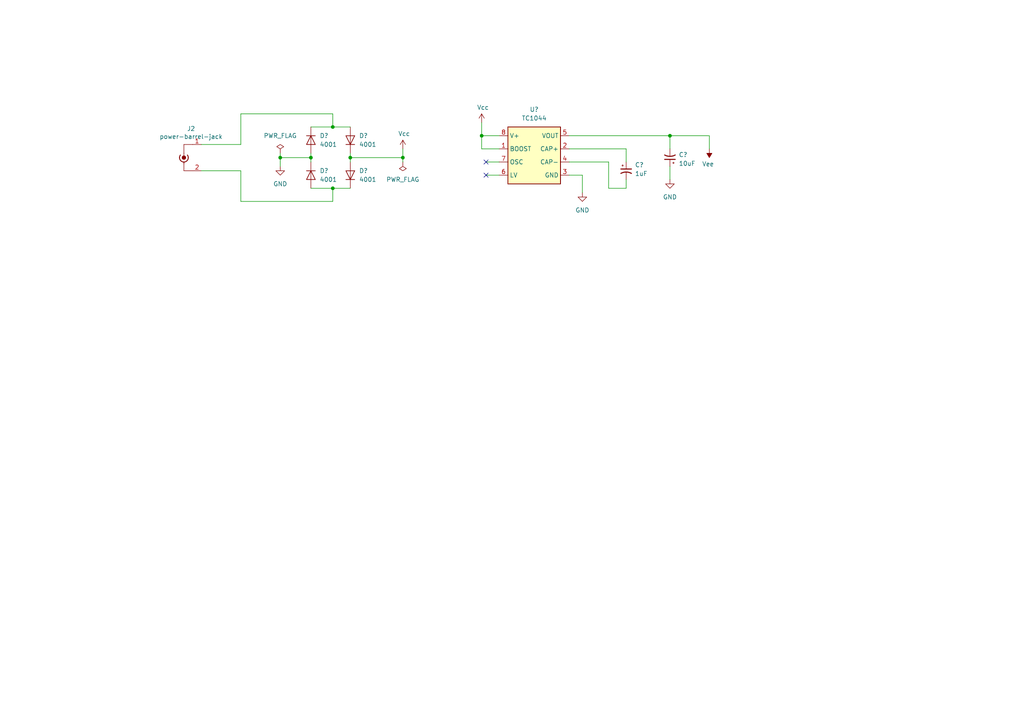
<source format=kicad_sch>
(kicad_sch (version 20211123) (generator eeschema)
  (paper "A4")
  (lib_symbols
    (symbol "00-cool_stuff:0V" (power) (pin_names (offset 0))
      (property "Value" "0V" (at 0 -3.81 0))
      (symbol "0V_0_1"
        (polyline (pts (xy 0 0) (xy 0 -1.27) (xy 1.27 -1.27) (xy 0 -2.54) (xy -1.27 -1.27) (xy 0 -1.27)))
      )
      (symbol "0V_1_1"
        (pin power_in line (at 0 0 270) (length 0) hide (name "GND") (number "1"))
      )
    )
    (symbol "00-cool_stuff:TC1044"
      (property "Reference" "U" (at -6.35 11.43 0))
      (property "Value" "TC1044" (at 3.81 11.43 0))
      (symbol "TC1044_0_1"
        (rectangle (start -7.62 10.16) (end 7.62 -6.35) (stroke (width 0.254)) (fill (type background)))
      )
      (symbol "TC1044_1_1"
        (pin input line (at -10.16 3.81 0) (length 2.54) (name "BOOST") (number "1"))
        (pin input line (at 10.16 3.81 180) (length 2.54) (name "CAP+") (number "2"))
        (pin power_in line (at 10.16 -3.81 180) (length 2.54) (name "GND") (number "3"))
        (pin input line (at 10.16 0 180) (length 2.54) (name "CAP-") (number "4"))
        (pin power_out line (at 10.16 7.62 180) (length 2.54) (name "VOUT") (number "5"))
        (pin input line (at -10.16 -3.81 0) (length 2.54) (name "LV") (number "6"))
        (pin input line (at -10.16 0 0) (length 2.54) (name "OSC") (number "7"))
        (pin power_in line (at -10.16 7.62 0) (length 2.54) (name "V+") (number "8"))
      )
    )
    (symbol "00-cool_stuff:Vcc" (power) (pin_names (offset 0))
      (property "Value" "00-cool_stuff_Vcc" (at 0 3.556 0))
      (symbol "Vcc_0_1"
        (polyline (pts (xy -0.762 1.27) (xy 0 2.54)))
        (polyline (pts (xy 0 0) (xy 0 2.54)))
        (polyline (pts (xy 0 2.54) (xy 0.762 1.27)))
      )
      (symbol "Vcc_1_1"
        (pin power_in line (at 0 0 90) (length 0) hide (name "Vcc") (number "1"))
      )
    )
    (symbol "00-cool_stuff:Vee" (power) (pin_names (offset 0))
      (property "Value" "00-cool_stuff_Vee" (at 0 3.81 0))
      (symbol "Vee_0_0"
        (pin power_in line (at 0 0 90) (length 0) hide (name "Vee") (number "1"))
      )
      (symbol "Vee_0_1"
        (polyline (pts (xy 0 0) (xy 0 1.27) (xy 0.762 1.27) (xy 0 2.54) (xy -0.762 1.27) (xy 0 1.27)) (fill (type outline)))
      )
    )
    (symbol "00-cool_stuff:diode" (pin_numbers hide) (pin_names (offset 1.016) hide)
      (property "Reference" "D" (at 0 2.54 0))
      (property "Value" "00-cool_stuff_diode" (at 0 -2.54 0))
      (symbol "diode_0_1"
        (polyline (pts (xy -1.27 0) (xy 1.27 0)))
        (polyline (pts (xy 1.27 -1.27) (xy 1.27 1.27)) (stroke (width 0.2032)))
        (polyline (pts (xy -1.27 -1.27) (xy -1.27 1.27) (xy 1.27 0) (xy -1.27 -1.27)) (stroke (width 0.2032)))
      )
      (symbol "diode_1_1"
        (pin passive line (at 3.81 0 180) (length 2.54) (name "K") (number "1"))
        (pin passive line (at -3.81 0 0) (length 2.54) (name "A") (number "2"))
      )
    )
    (symbol "cap_polarized_small_1" (pin_numbers hide) (pin_names (offset 0.254) hide)
      (property "Reference" "C" (at 0.254 1.778 0))
      (property "Value" "cap_polarized_small_1" (at 0.254 -2.032 0))
      (symbol "cap_polarized_small_1_0_1"
        (polyline (pts (xy -1.524 0.508) (xy 1.524 0.508)) (stroke (width 0.3048)))
        (polyline (pts (xy -1.27 1.524) (xy -0.762 1.524)))
        (polyline (pts (xy -1.016 1.27) (xy -1.016 1.778)))
        (arc (start 1.524 -0.762) (mid 0 -0.3734) (end -1.524 -0.762) (stroke (width 0.3048)))
      )
      (symbol "cap_polarized_small_1_1_1"
        (pin passive line (at 0 2.54 270) (length 2.032) (name "~") (number "1"))
        (pin passive line (at 0 -2.54 90) (length 2.032) (name "~") (number "2"))
      )
    )
    (symbol "power1-rescue:power-barrel-jack-00-cool_stuff" (pin_names (offset 1.016) hide)
      (property "Reference" "J" (at -5.08 -1.27 0))
      (property "Value" "power-barrel-jack-00-cool_stuff" (at 0 -6.35 0))
      (symbol "power-barrel-jack-00-cool_stuff_0_1"
        (arc (start -1.27 0) (mid 0 -1.27) (end 1.27 0) (stroke (width 0.254)))
        (arc (start -1.016 0.762) (mid -1.2048 0.4016) (end -1.27 0) (stroke (width 0.254)))
        (rectangle (start 0 -3.81) (end 0 -1.27))
        (polyline (pts (xy 0 -1.27) (xy 0 -1.778)))
        (polyline (pts (xy 0 1.27) (xy 0 0)))
        (circle (center 0 0) (radius 0.508) (stroke (width 0.2032)) (fill (type outline)))
        (rectangle (start 0 1.27) (end 0 3.81))
        (rectangle (start 0 3.81) (end 2.54 3.81))
        (arc (start 1.27 0) (mid 1.2048 0.4016) (end 1.016 0.762) (stroke (width 0.254)))
        (rectangle (start 2.54 -3.81) (end 0 -3.81))
      )
      (symbol "power-barrel-jack-00-cool_stuff_1_1"
        (pin passive line (at 5.08 3.81 180) (length 2.54) (name "In") (number "1"))
        (pin passive line (at 5.08 -3.81 180) (length 2.54) (name "Ext") (number "2"))
      )
    )
    (symbol "power:PWR_FLAG" (power) (pin_numbers hide) (pin_names (offset 0) hide)
      (property "Value" "PWR_FLAG" (at 0 3.81 0))
      (symbol "PWR_FLAG_0_0"
        (pin power_out line (at 0 0 90) (length 0) (name "pwr") (number "1"))
      )
      (symbol "PWR_FLAG_0_1"
        (polyline (pts (xy 0 0) (xy 0 1.27) (xy -1.016 1.905) (xy 0 2.54) (xy 1.016 1.905) (xy 0 1.27)))
      )
    )
  )
  (junction (at 90.17 45.72))
  (junction (at 96.52 36.83))
  (junction (at 101.6 45.72))
  (junction (at 139.7 39.37))
  (junction (at 81.28 45.72))
  (junction (at 96.52 54.61))
  (junction (at 116.84 45.72))
  (junction (at 194.31 39.37))
  (no_connect (at 140.97 46.99))
  (no_connect (at 140.97 50.8))
  (wire (pts (xy 81.28 45.72) (xy 90.17 45.72)))
  (wire (pts (xy 165.1 43.18) (xy 181.61 43.18)))
  (wire (pts (xy 96.52 33.02) (xy 96.52 36.83)))
  (wire (pts (xy 90.17 54.61) (xy 96.52 54.61)))
  (wire (pts (xy 139.7 43.18) (xy 144.78 43.18)))
  (wire (pts (xy 116.84 45.72) (xy 116.84 46.99)))
  (wire (pts (xy 194.31 39.37) (xy 194.31 43.18)))
  (wire (pts (xy 168.91 50.8) (xy 165.1 50.8)))
  (wire (pts (xy 58.42 41.91) (xy 69.85 41.91)))
  (wire (pts (xy 101.6 45.72) (xy 101.6 46.99)))
  (wire (pts (xy 69.85 41.91) (xy 69.85 33.02)))
  (wire (pts (xy 168.91 55.88) (xy 168.91 50.8)))
  (wire (pts (xy 96.52 54.61) (xy 96.52 58.42)))
  (wire (pts (xy 81.28 48.26) (xy 81.28 45.72)))
  (wire (pts (xy 58.42 49.53) (xy 69.85 49.53)))
  (wire (pts (xy 176.53 46.99) (xy 176.53 54.61)))
  (wire (pts (xy 69.85 33.02) (xy 96.52 33.02)))
  (wire (pts (xy 90.17 44.45) (xy 90.17 45.72)))
  (wire (pts (xy 116.84 45.72) (xy 101.6 45.72)))
  (wire (pts (xy 205.74 43.18) (xy 205.74 39.37)))
  (wire (pts (xy 205.74 39.37) (xy 194.31 39.37)))
  (wire (pts (xy 96.52 54.61) (xy 101.6 54.61)))
  (wire (pts (xy 139.7 39.37) (xy 144.78 39.37)))
  (wire (pts (xy 181.61 43.18) (xy 181.61 46.99)))
  (wire (pts (xy 90.17 45.72) (xy 90.17 46.99)))
  (wire (pts (xy 96.52 36.83) (xy 101.6 36.83)))
  (wire (pts (xy 81.28 44.45) (xy 81.28 45.72)))
  (wire (pts (xy 90.17 36.83) (xy 96.52 36.83)))
  (wire (pts (xy 101.6 45.72) (xy 101.6 44.45)))
  (wire (pts (xy 116.84 43.18) (xy 116.84 45.72)))
  (wire (pts (xy 139.7 39.37) (xy 139.7 43.18)))
  (wire (pts (xy 176.53 54.61) (xy 181.61 54.61)))
  (wire (pts (xy 140.97 50.8) (xy 144.78 50.8)))
  (wire (pts (xy 181.61 52.07) (xy 181.61 54.61)))
  (wire (pts (xy 69.85 58.42) (xy 69.85 49.53)))
  (wire (pts (xy 165.1 46.99) (xy 176.53 46.99)))
  (wire (pts (xy 194.31 39.37) (xy 165.1 39.37)))
  (wire (pts (xy 140.97 46.99) (xy 144.78 46.99)))
  (wire (pts (xy 139.7 35.56) (xy 139.7 39.37)))
  (wire (pts (xy 194.31 48.26) (xy 194.31 52.07)))
  (wire (pts (xy 96.52 58.42) (xy 69.85 58.42)))
  (symbol (lib_id "power1-rescue:power-barrel-jack-00-cool_stuff") (at 53.34 45.72 0) (unit 1)
    (property "Reference" "J2" (at 55.4228 37.3126 0))
    (property "Value" "power-barrel-jack" (at 55.4228 39.624 0))
    (property "Footprint" "00-Mine:1X02_screwterm" (effects hide))
  )
  (symbol (lib_id "00-cool_stuff:Vcc") (at 116.84 43.18 0) (unit 1)
    (property "Reference" "#PWR0101" (effects hide))
    (property "Value" "Vcc" (at 117.221 38.7858 0))
  )
  (symbol (lib_id "power:PWR_FLAG") (at 116.84 46.99 180) (unit 1)
    (property "Reference" "#FLG0101" (effects hide))
    (property "Value" "PWR_FLAG" (at 116.84 52.07 0))
  )
  (symbol (lib_id "power:PWR_FLAG") (at 81.28 44.45 0) (unit 1)
    (property "Reference" "#FLG0103" (effects hide))
    (property "Value" "PWR_FLAG" (at 81.28 39.37 0))
  )
  (symbol (lib_name "cap_polarized_small_1") (lib_id "00-cool_stuff:cap_polarized_small") (at 181.61 49.53 0) (unit 1)
    (property "Reference" "C?" (at 184.15 47.8281 0) (effects (justify left)))
    (property "Value" "1uF" (at 184.15 50.3681 0) (effects (justify left)))
  )
  (symbol (lib_id "00-cool_stuff:diode") (at 101.6 50.8 90) (mirror x) (unit 1)
    (property "Reference" "D?" (at 104.14 49.5299 90) (effects (justify right)))
    (property "Value" "4001" (at 104.14 52.0699 90) (effects (justify right)))
    (property "Footprint" "00-Mine:diode-TH" (effects hide))
  )
  (symbol (lib_id "00-cool_stuff:0V") (at 81.28 48.26 0) (unit 1)
    (property "Reference" "#PWR?" (effects hide))
    (property "Value" "0V" (at 81.28 53.34 0))
  )
  (symbol (lib_id "00-cool_stuff:Vee") (at 205.74 43.18 180) (unit 1)
    (property "Reference" "#PWR?" (effects hide))
    (property "Value" "Vee" (at 205.359 47.5742 0))
  )
  (symbol (lib_id "00-cool_stuff:diode") (at 90.17 40.64 90) (unit 1)
    (property "Reference" "D?" (at 92.71 39.3699 90) (effects (justify right)))
    (property "Value" "4001" (at 92.71 41.9099 90) (effects (justify right)))
    (property "Footprint" "00-Mine:diode-TH" (effects hide))
  )
  (symbol (lib_id "00-cool_stuff:diode") (at 101.6 40.64 90) (mirror x) (unit 1)
    (property "Reference" "D?" (at 104.14 39.3699 90) (effects (justify right)))
    (property "Value" "4001" (at 104.14 41.9099 90) (effects (justify right)))
    (property "Footprint" "00-Mine:diode-TH" (effects hide))
  )
  (symbol (lib_id "00-cool_stuff:TC1044") (at 154.94 46.99 0) (unit 1)
    (property "Reference" "U?" (at 154.94 31.75 0))
    (property "Value" "TC1044" (at 154.94 34.29 0))
    (property "Datasheet" "https://www.mouser.com/datasheet/2/268/21348a-29235.pdf" (effects hide))
  )
  (symbol (lib_name "cap_polarized_small_1") (lib_id "00-cool_stuff:cap_polarized_small") (at 194.31 45.72 180) (unit 1)
    (property "Reference" "C?" (at 196.85 44.8817 0) (effects (justify right)))
    (property "Value" "10uF" (at 196.85 47.4217 0) (effects (justify right)))
  )
  (symbol (lib_id "00-cool_stuff:Vcc") (at 139.7 35.56 0) (unit 1)
    (property "Reference" "#PWR?" (effects hide))
    (property "Value" "Vcc" (at 140.081 31.1658 0))
  )
  (symbol (lib_id "00-cool_stuff:diode") (at 90.17 50.8 90) (unit 1)
    (property "Reference" "D?" (at 92.71 49.5299 90) (effects (justify right)))
    (property "Value" "4001" (at 92.71 52.0699 90) (effects (justify right)))
    (property "Footprint" "00-Mine:diode-TH" (effects hide))
  )
  (symbol (lib_id "00-cool_stuff:0V") (at 194.31 52.07 0) (unit 1)
    (property "Reference" "#PWR?" (effects hide))
    (property "Value" "0V" (at 194.31 57.15 0))
  )
  (symbol (lib_id "00-cool_stuff:0V") (at 168.91 55.88 0) (unit 1)
    (property "Reference" "#PWR?" (effects hide))
    (property "Value" "0V" (at 168.91 60.96 0))
  )
)
</source>
